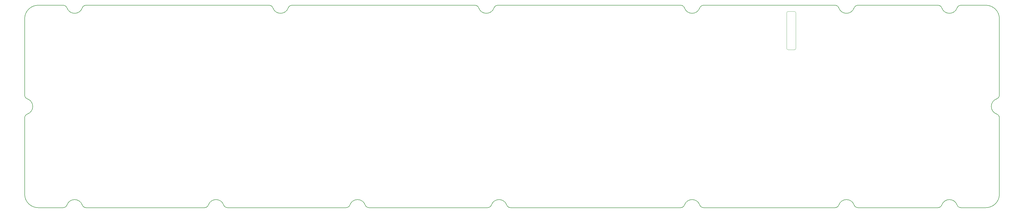
<source format=gbr>
%TF.GenerationSoftware,KiCad,Pcbnew,(6.0.10-0)*%
%TF.CreationDate,2023-02-15T12:55:37-06:00*%
%TF.ProjectId,The-GarlicBoard-2,5468652d-4761-4726-9c69-63426f617264,rev?*%
%TF.SameCoordinates,Original*%
%TF.FileFunction,Profile,NP*%
%FSLAX46Y46*%
G04 Gerber Fmt 4.6, Leading zero omitted, Abs format (unit mm)*
G04 Created by KiCad (PCBNEW (6.0.10-0)) date 2023-02-15 12:55:37*
%MOMM*%
%LPD*%
G01*
G04 APERTURE LIST*
%TA.AperFunction,Profile*%
%ADD10C,0.200000*%
%TD*%
%TA.AperFunction,Profile*%
%ADD11C,0.050000*%
%TD*%
G04 APERTURE END LIST*
D10*
X202031359Y-167241962D02*
G75*
G03*
X203445573Y-166242000I41J1499962D01*
G01*
X30624000Y-133909641D02*
X30624000Y-162242000D01*
X53366641Y-167242000D02*
X97231359Y-167242000D01*
X391523988Y-133909641D02*
G75*
G03*
X390524000Y-132495428I-1500088J-59D01*
G01*
X273506359Y-167241962D02*
G75*
G03*
X274920573Y-166242000I41J1499962D01*
G01*
X30624000Y-97092064D02*
X30624000Y-125424360D01*
X339141641Y-167242000D02*
X368781359Y-167242000D01*
X35623934Y-167242000D02*
X44881359Y-167242000D01*
X46295573Y-93092000D02*
G75*
G03*
X51952427Y-93092000I2828427J1000000D01*
G01*
X368781359Y-167242056D02*
G75*
G03*
X370195573Y-166242000I-59J1500056D01*
G01*
X30624000Y-162242000D02*
G75*
G03*
X35623934Y-167242000I5000000J0D01*
G01*
X35624000Y-92092000D02*
G75*
G03*
X30624000Y-97092064I0J-5000000D01*
G01*
X197331359Y-92092000D02*
X129616641Y-92092000D01*
X337727427Y-166242000D02*
G75*
G03*
X332070573Y-166242000I-2828427J-1000000D01*
G01*
X51952427Y-166242000D02*
G75*
G03*
X46295573Y-166242000I-2828427J-1000000D01*
G01*
X368781359Y-92092000D02*
X339141641Y-92092000D01*
X30624038Y-125424360D02*
G75*
G03*
X31624000Y-126838573I1499962J-40D01*
G01*
X97231359Y-167241962D02*
G75*
G03*
X98645573Y-166242000I41J1499962D01*
G01*
X280577427Y-166242000D02*
G75*
G03*
X274920573Y-166242000I-2828427J-1000000D01*
G01*
X280577391Y-166242013D02*
G75*
G03*
X281991641Y-167242000I1414209J500013D01*
G01*
X31624000Y-132495427D02*
G75*
G03*
X30624000Y-133909641I500000J-1414213D01*
G01*
X122545609Y-93091987D02*
G75*
G03*
X121131359Y-92092000I-1414209J-500013D01*
G01*
X210516641Y-167242000D02*
X273506359Y-167242000D01*
X44881359Y-92092000D02*
X35624000Y-92092000D01*
X122545573Y-93092000D02*
G75*
G03*
X128202427Y-93092000I2828427J1000000D01*
G01*
X375852417Y-166242004D02*
G75*
G03*
X377266641Y-167242000I1414283J500104D01*
G01*
X281991641Y-167242000D02*
X330656359Y-167242000D01*
X390524000Y-126838572D02*
G75*
G03*
X390524000Y-132495428I1000000J-2828428D01*
G01*
X44881359Y-167241962D02*
G75*
G03*
X46295573Y-166242000I41J1499962D01*
G01*
X274920573Y-93092000D02*
G75*
G03*
X280577427Y-93092000I2828427J1000000D01*
G01*
X337727391Y-166242013D02*
G75*
G03*
X339141641Y-167242000I1414209J500013D01*
G01*
X46295609Y-93091987D02*
G75*
G03*
X44881359Y-92092000I-1414209J-500013D01*
G01*
X149631359Y-167241962D02*
G75*
G03*
X151045573Y-166242000I41J1499962D01*
G01*
X386523996Y-92092000D02*
X377266641Y-92092000D01*
X121131359Y-92092000D02*
X53366641Y-92092000D01*
X386524000Y-167242000D02*
G75*
G03*
X391524000Y-162242003I0J5000000D01*
G01*
X156702427Y-166242000D02*
G75*
G03*
X151045573Y-166242000I-2828427J-1000000D01*
G01*
X339141641Y-92092038D02*
G75*
G03*
X337727427Y-93092000I-41J-1499962D01*
G01*
X377266641Y-92092038D02*
G75*
G03*
X375852427Y-93092000I-41J-1499962D01*
G01*
X198745609Y-93091987D02*
G75*
G03*
X197331359Y-92092000I-1414209J-500013D01*
G01*
X104302427Y-166242000D02*
G75*
G03*
X98645573Y-166242000I-2828427J-1000000D01*
G01*
X274920609Y-93091987D02*
G75*
G03*
X273506359Y-92092000I-1414209J-500013D01*
G01*
X53366641Y-92092038D02*
G75*
G03*
X51952427Y-93092000I-41J-1499962D01*
G01*
X330656359Y-92092000D02*
X281991641Y-92092000D01*
X370195609Y-93091987D02*
G75*
G03*
X368781359Y-92092000I-1414209J-500013D01*
G01*
X375852427Y-166242000D02*
G75*
G03*
X370195573Y-166242000I-2828427J-1000000D01*
G01*
X156702391Y-166242013D02*
G75*
G03*
X158116641Y-167242000I1414209J500013D01*
G01*
X104302391Y-166242013D02*
G75*
G03*
X105716641Y-167242000I1414209J500013D01*
G01*
X330656359Y-167241962D02*
G75*
G03*
X332070573Y-166242000I41J1499962D01*
G01*
X198745573Y-93092000D02*
G75*
G03*
X204402427Y-93092000I2828427J1000000D01*
G01*
X158116641Y-167242000D02*
X202031359Y-167242000D01*
X390524022Y-126838635D02*
G75*
G03*
X391524000Y-125424360I-499922J1414135D01*
G01*
X391524000Y-162242003D02*
X391524000Y-133909641D01*
X332070609Y-93091987D02*
G75*
G03*
X330656359Y-92092000I-1414209J-500013D01*
G01*
X105716641Y-167242000D02*
X149631359Y-167242000D01*
X51952391Y-166242013D02*
G75*
G03*
X53366641Y-167242000I1414209J500013D01*
G01*
X281991641Y-92092038D02*
G75*
G03*
X280577427Y-93092000I-41J-1499962D01*
G01*
X377266641Y-167242000D02*
X386524000Y-167242000D01*
X31624000Y-132495427D02*
G75*
G03*
X31624000Y-126838573I-1000000J2828427D01*
G01*
X391524000Y-97092000D02*
G75*
G03*
X386523996Y-92092000I-5000000J0D01*
G01*
X370195573Y-93092000D02*
G75*
G03*
X375852427Y-93092000I2828427J1000000D01*
G01*
X205816641Y-92092038D02*
G75*
G03*
X204402427Y-93092000I-41J-1499962D01*
G01*
X209102391Y-166242013D02*
G75*
G03*
X210516641Y-167242000I1414209J500013D01*
G01*
X129616641Y-92092038D02*
G75*
G03*
X128202427Y-93092000I-41J-1499962D01*
G01*
X209102427Y-166242000D02*
G75*
G03*
X203445573Y-166242000I-2828427J-1000000D01*
G01*
X332070573Y-93092000D02*
G75*
G03*
X337727427Y-93092000I2828427J1000000D01*
G01*
X391524000Y-125424360D02*
X391524000Y-97092000D01*
X273506359Y-92092000D02*
X205816641Y-92092000D01*
D11*
X313292500Y-108604500D02*
X315642500Y-108604500D01*
X316167500Y-108079500D02*
X316167500Y-94929500D01*
X315642500Y-94404500D02*
X313292500Y-94404500D01*
X312767500Y-94929500D02*
X312767500Y-108079500D01*
X316167500Y-94929500D02*
G75*
G03*
X315642500Y-94404500I-525000J0D01*
G01*
X312767500Y-108079500D02*
G75*
G03*
X313292500Y-108604500I525000J0D01*
G01*
X315642500Y-108604500D02*
G75*
G03*
X316167500Y-108079500I0J525000D01*
G01*
X313292500Y-94404500D02*
G75*
G03*
X312767500Y-94929500I0J-525000D01*
G01*
M02*

</source>
